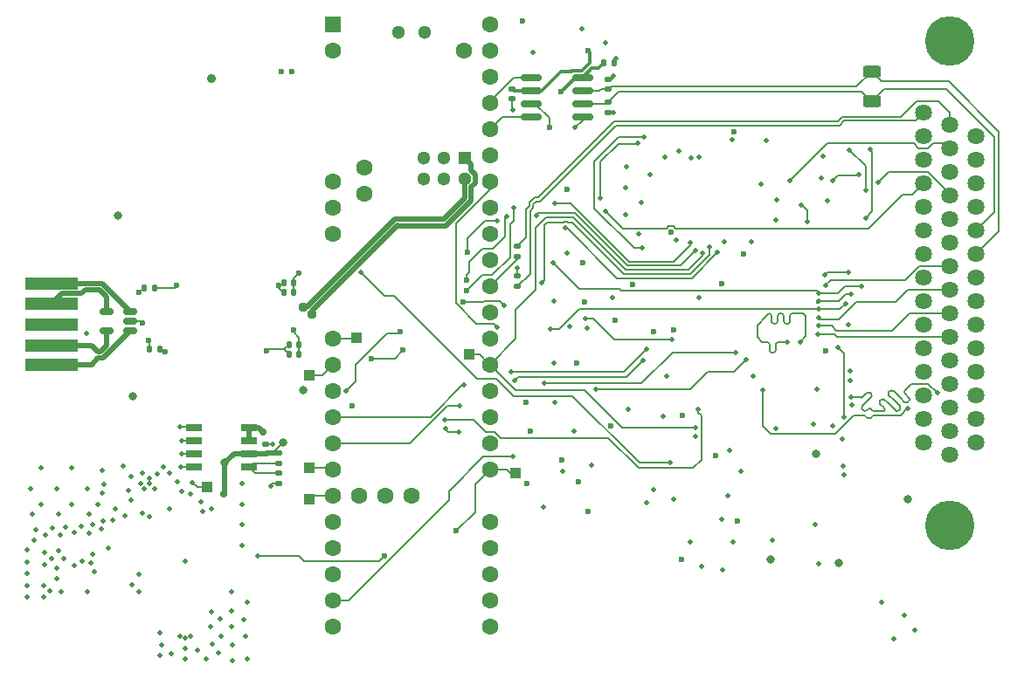
<source format=gbl>
G04 #@! TF.GenerationSoftware,KiCad,Pcbnew,9.0.4*
G04 #@! TF.CreationDate,2025-11-03T17:15:11-05:00*
G04 #@! TF.ProjectId,main_board_v1,6d61696e-5f62-46f6-9172-645f76312e6b,rev?*
G04 #@! TF.SameCoordinates,Original*
G04 #@! TF.FileFunction,Copper,L4,Bot*
G04 #@! TF.FilePolarity,Positive*
%FSLAX46Y46*%
G04 Gerber Fmt 4.6, Leading zero omitted, Abs format (unit mm)*
G04 Created by KiCad (PCBNEW 9.0.4) date 2025-11-03 17:15:11*
%MOMM*%
%LPD*%
G01*
G04 APERTURE LIST*
G04 Aperture macros list*
%AMRoundRect*
0 Rectangle with rounded corners*
0 $1 Rounding radius*
0 $2 $3 $4 $5 $6 $7 $8 $9 X,Y pos of 4 corners*
0 Add a 4 corners polygon primitive as box body*
4,1,4,$2,$3,$4,$5,$6,$7,$8,$9,$2,$3,0*
0 Add four circle primitives for the rounded corners*
1,1,$1+$1,$2,$3*
1,1,$1+$1,$4,$5*
1,1,$1+$1,$6,$7*
1,1,$1+$1,$8,$9*
0 Add four rect primitives between the rounded corners*
20,1,$1+$1,$2,$3,$4,$5,0*
20,1,$1+$1,$4,$5,$6,$7,0*
20,1,$1+$1,$6,$7,$8,$9,0*
20,1,$1+$1,$8,$9,$2,$3,0*%
G04 Aperture macros list end*
G04 #@! TA.AperFunction,SMDPad,CuDef*
%ADD10R,5.200000X1.250000*%
G04 #@! TD*
G04 #@! TA.AperFunction,ComponentPad*
%ADD11R,1.600000X1.600000*%
G04 #@! TD*
G04 #@! TA.AperFunction,ComponentPad*
%ADD12C,1.600000*%
G04 #@! TD*
G04 #@! TA.AperFunction,ComponentPad*
%ADD13R,1.300000X1.300000*%
G04 #@! TD*
G04 #@! TA.AperFunction,ComponentPad*
%ADD14C,1.300000*%
G04 #@! TD*
G04 #@! TA.AperFunction,ComponentPad*
%ADD15C,1.638000*%
G04 #@! TD*
G04 #@! TA.AperFunction,ComponentPad*
%ADD16C,4.801000*%
G04 #@! TD*
G04 #@! TA.AperFunction,SMDPad,CuDef*
%ADD17RoundRect,0.140000X-0.170000X0.140000X-0.170000X-0.140000X0.170000X-0.140000X0.170000X0.140000X0*%
G04 #@! TD*
G04 #@! TA.AperFunction,SMDPad,CuDef*
%ADD18R,1.000000X1.000000*%
G04 #@! TD*
G04 #@! TA.AperFunction,SMDPad,CuDef*
%ADD19RoundRect,0.150000X-0.825000X-0.150000X0.825000X-0.150000X0.825000X0.150000X-0.825000X0.150000X0*%
G04 #@! TD*
G04 #@! TA.AperFunction,SMDPad,CuDef*
%ADD20RoundRect,0.140000X0.140000X0.170000X-0.140000X0.170000X-0.140000X-0.170000X0.140000X-0.170000X0*%
G04 #@! TD*
G04 #@! TA.AperFunction,SMDPad,CuDef*
%ADD21RoundRect,0.135000X-0.135000X-0.185000X0.135000X-0.185000X0.135000X0.185000X-0.135000X0.185000X0*%
G04 #@! TD*
G04 #@! TA.AperFunction,SMDPad,CuDef*
%ADD22RoundRect,0.135000X-0.185000X0.135000X-0.185000X-0.135000X0.185000X-0.135000X0.185000X0.135000X0*%
G04 #@! TD*
G04 #@! TA.AperFunction,SMDPad,CuDef*
%ADD23RoundRect,0.135000X0.185000X-0.135000X0.185000X0.135000X-0.185000X0.135000X-0.185000X-0.135000X0*%
G04 #@! TD*
G04 #@! TA.AperFunction,SMDPad,CuDef*
%ADD24RoundRect,0.150000X0.512500X0.150000X-0.512500X0.150000X-0.512500X-0.150000X0.512500X-0.150000X0*%
G04 #@! TD*
G04 #@! TA.AperFunction,SMDPad,CuDef*
%ADD25RoundRect,0.250000X0.625000X-0.312500X0.625000X0.312500X-0.625000X0.312500X-0.625000X-0.312500X0*%
G04 #@! TD*
G04 #@! TA.AperFunction,SMDPad,CuDef*
%ADD26RoundRect,0.140000X0.170000X-0.140000X0.170000X0.140000X-0.170000X0.140000X-0.170000X-0.140000X0*%
G04 #@! TD*
G04 #@! TA.AperFunction,SMDPad,CuDef*
%ADD27R,1.500000X0.650000*%
G04 #@! TD*
G04 #@! TA.AperFunction,ViaPad*
%ADD28C,0.500000*%
G04 #@! TD*
G04 #@! TA.AperFunction,ViaPad*
%ADD29C,0.900000*%
G04 #@! TD*
G04 #@! TA.AperFunction,ViaPad*
%ADD30C,0.600000*%
G04 #@! TD*
G04 #@! TA.AperFunction,ViaPad*
%ADD31C,0.700000*%
G04 #@! TD*
G04 #@! TA.AperFunction,ViaPad*
%ADD32C,0.800000*%
G04 #@! TD*
G04 #@! TA.AperFunction,ViaPad*
%ADD33C,0.960000*%
G04 #@! TD*
G04 #@! TA.AperFunction,Conductor*
%ADD34C,0.160000*%
G04 #@! TD*
G04 #@! TA.AperFunction,Conductor*
%ADD35C,0.300000*%
G04 #@! TD*
G04 #@! TA.AperFunction,Conductor*
%ADD36C,0.500000*%
G04 #@! TD*
G04 #@! TA.AperFunction,Conductor*
%ADD37C,0.200000*%
G04 #@! TD*
G04 #@! TA.AperFunction,Conductor*
%ADD38C,0.480000*%
G04 #@! TD*
G04 APERTURE END LIST*
D10*
X44500000Y-48600000D03*
X44500000Y-50600000D03*
X44500000Y-52600000D03*
X44500000Y-54600000D03*
X44500000Y-56500000D03*
D11*
X71762000Y-23464950D03*
D12*
X71762000Y-26004950D03*
X71762000Y-38704950D03*
X71762000Y-41244950D03*
X71762000Y-43784950D03*
X71762000Y-53944950D03*
X71762000Y-56484950D03*
X71762000Y-59024950D03*
X71762000Y-61564950D03*
X71762000Y-64104950D03*
X71762000Y-66644950D03*
X71762000Y-69184950D03*
X71762000Y-71724950D03*
X71762000Y-74264950D03*
X71762000Y-76804950D03*
X71762000Y-79344950D03*
X71762000Y-81884950D03*
X87002000Y-81884950D03*
X87002000Y-79344950D03*
X87002000Y-76804950D03*
X87002000Y-74264950D03*
X87002000Y-71724950D03*
X87002000Y-66644950D03*
X87002000Y-64104950D03*
X87002000Y-61564950D03*
X87002000Y-59024950D03*
X87002000Y-56484950D03*
X87002000Y-53944950D03*
X87002000Y-51404950D03*
X87002000Y-48864950D03*
X87002000Y-46324950D03*
X87002000Y-43784950D03*
X87002000Y-41244950D03*
X87002000Y-38704950D03*
X87002000Y-36164950D03*
X87002000Y-33624950D03*
X87002000Y-31084950D03*
X87002000Y-28544950D03*
X87002000Y-26004950D03*
X87002000Y-23464950D03*
X84462000Y-26004950D03*
X74302000Y-69184950D03*
X76842000Y-69184950D03*
X79382000Y-69184950D03*
X74812800Y-37384150D03*
X74812800Y-39924150D03*
D13*
X84563600Y-36434950D03*
D14*
X82563600Y-36434950D03*
X80563600Y-36434950D03*
X80563600Y-38434950D03*
X82563600Y-38434950D03*
X84563600Y-38434950D03*
X80652000Y-24194950D03*
X78112000Y-24194950D03*
D15*
X129022000Y-64054950D03*
X129022000Y-61768950D03*
X129022000Y-59482950D03*
X129022000Y-57196950D03*
X129022000Y-54910950D03*
X129022000Y-52624950D03*
X129022000Y-50338950D03*
X129022000Y-48052950D03*
X129022000Y-45766950D03*
X129022000Y-43480950D03*
X129022000Y-41194950D03*
X129022000Y-38908950D03*
X129022000Y-36622950D03*
X129022000Y-34336950D03*
X129022000Y-32050950D03*
X131562000Y-65197950D03*
X131562000Y-62911950D03*
X131562000Y-60625950D03*
X131562000Y-58339950D03*
X131562000Y-56053950D03*
X131562000Y-53767950D03*
X131562000Y-51481950D03*
X131562000Y-49195950D03*
X131562000Y-46909950D03*
X131562000Y-44623950D03*
X131562000Y-42337950D03*
X131562000Y-40051950D03*
X131562000Y-37765950D03*
X131562000Y-35479950D03*
X131562000Y-33193950D03*
X134102000Y-64054950D03*
X134102000Y-61768950D03*
X134102000Y-59482950D03*
X134102000Y-57196950D03*
X134102000Y-54910950D03*
X134102000Y-52624950D03*
X134102000Y-50338950D03*
X134102000Y-48052950D03*
X134102000Y-45766950D03*
X134102000Y-43480950D03*
X134102000Y-41194950D03*
X134102000Y-38908950D03*
X134102000Y-36622950D03*
X134102000Y-34336950D03*
D16*
X131562000Y-72080950D03*
X131562000Y-25040950D03*
D17*
X65250000Y-64170000D03*
X65250000Y-65130000D03*
D18*
X74100000Y-53850000D03*
D19*
X91025000Y-32405000D03*
X91025000Y-31135000D03*
X91025000Y-29865000D03*
X91025000Y-28595000D03*
X95975000Y-28595000D03*
X95975000Y-29865000D03*
X95975000Y-31135000D03*
X95975000Y-32405000D03*
D20*
X67980000Y-49500000D03*
X67020000Y-49500000D03*
D18*
X59600000Y-68350000D03*
X85000000Y-55500000D03*
D20*
X99030000Y-27200000D03*
X98070000Y-27200000D03*
D18*
X69500000Y-69500000D03*
D21*
X53480000Y-49000000D03*
X54500000Y-49000000D03*
D18*
X69500000Y-57500000D03*
D22*
X89650000Y-44940000D03*
X89650000Y-45960000D03*
D21*
X54000000Y-55000000D03*
X55020000Y-55000000D03*
D20*
X68480000Y-55500000D03*
X67520000Y-55500000D03*
D22*
X66575000Y-65040000D03*
X66575000Y-66060000D03*
D18*
X89500000Y-67000000D03*
D17*
X98500000Y-31020000D03*
X98500000Y-31980000D03*
D23*
X89700000Y-48860000D03*
X89700000Y-47840000D03*
D24*
X52137500Y-51300000D03*
X52137500Y-52250000D03*
X52137500Y-53200000D03*
X49862500Y-53200000D03*
X49862500Y-51300000D03*
D22*
X66575000Y-66990000D03*
X66575000Y-68010000D03*
D20*
X68480000Y-54500000D03*
X67520000Y-54500000D03*
D25*
X124000000Y-30962500D03*
X124000000Y-28037500D03*
D26*
X89150000Y-30680000D03*
X89150000Y-29720000D03*
D20*
X67980000Y-48500000D03*
X67020000Y-48500000D03*
D26*
X98500000Y-29730000D03*
X98500000Y-28770000D03*
D27*
X63700000Y-62595000D03*
X63700000Y-63865000D03*
X63700000Y-65135000D03*
X63700000Y-66405000D03*
X58300000Y-66405000D03*
X58300000Y-65135000D03*
X58300000Y-63865000D03*
X58300000Y-62595000D03*
D18*
X69500000Y-66500000D03*
D28*
X110502000Y-34654950D03*
X95952000Y-23854950D03*
X121138525Y-63661475D03*
X114702000Y-42455950D03*
X121300000Y-67150000D03*
X105302000Y-35704950D03*
D29*
X60000000Y-28750000D03*
D28*
X100152235Y-41904715D03*
X100252000Y-37254950D03*
X122102000Y-60404950D03*
X119152000Y-38354950D03*
X118400000Y-62250000D03*
X120250000Y-62400000D03*
X107502000Y-76054950D03*
X119701236Y-40605714D03*
X99000000Y-32000000D03*
X99000000Y-28500000D03*
X89250000Y-31750000D03*
X98250000Y-25250000D03*
X101712000Y-40744950D03*
X121952000Y-57050000D03*
X118702000Y-58854950D03*
X100152000Y-39304950D03*
X91202000Y-26154950D03*
X127150000Y-80750000D03*
X99250000Y-26750000D03*
X113750000Y-34764950D03*
X101452000Y-43804950D03*
X105102000Y-44404950D03*
X109552000Y-76354950D03*
X119301265Y-36254215D03*
D30*
X66800000Y-28050000D03*
D28*
X114802000Y-40504950D03*
X113250000Y-39000000D03*
X58200000Y-67900000D03*
X52300000Y-77850000D03*
X51450000Y-66350000D03*
X102500000Y-38000000D03*
D31*
X61250000Y-69000000D03*
D32*
X67000000Y-64000000D03*
X61335000Y-66000000D03*
X68928475Y-58928475D03*
D28*
X121752000Y-52554950D03*
X111328475Y-66778475D03*
X114702000Y-62654950D03*
X107252000Y-36356423D03*
X102852000Y-68554950D03*
X109500000Y-71500000D03*
D30*
X111002000Y-71654950D03*
X90550000Y-68000000D03*
D32*
X52430563Y-59569437D03*
D30*
X96500000Y-26000000D03*
X119552000Y-55104950D03*
D32*
X118652000Y-65154950D03*
D30*
X109452000Y-48624950D03*
X98724265Y-62375735D03*
X110615137Y-33862988D03*
X90200000Y-23100000D03*
X104552000Y-43655950D03*
X96550000Y-70750000D03*
X95602000Y-67854950D03*
X94000000Y-65750000D03*
D31*
X65000000Y-63000000D03*
D28*
X104000000Y-36304950D03*
X110223613Y-64773613D03*
D30*
X96150000Y-50400000D03*
X100850000Y-48677007D03*
X93900000Y-30000000D03*
X99116500Y-52129621D03*
X108852000Y-65254950D03*
X96050000Y-46571300D03*
X111602000Y-45754950D03*
X94500000Y-39500000D03*
X102902000Y-53304950D03*
X104790557Y-53104950D03*
X90900000Y-62950000D03*
D28*
X96450000Y-52950000D03*
D30*
X105626236Y-61429186D03*
X90500000Y-60125000D03*
X95400000Y-56350000D03*
X66550000Y-48800000D03*
X65385000Y-55175000D03*
D32*
X114252000Y-75404950D03*
D30*
X105552000Y-75354950D03*
D32*
X120802000Y-75704950D03*
X127500000Y-69500000D03*
D33*
X68907213Y-50938139D03*
X69722850Y-51615148D03*
D28*
X120752000Y-54754950D03*
X121302000Y-61592450D03*
X101952000Y-34404950D03*
X101800000Y-45154950D03*
X121277000Y-66279950D03*
X103800000Y-61500000D03*
X106896715Y-62599665D03*
X107600000Y-45650000D03*
X107200000Y-60829951D03*
D30*
X84752000Y-48254950D03*
D28*
X106953843Y-45380768D03*
X88632760Y-42132760D03*
X82652000Y-61804950D03*
X91500000Y-42000000D03*
X104152000Y-57589500D03*
X106545360Y-36448310D03*
X94350000Y-43184950D03*
D30*
X78312500Y-53312500D03*
D28*
X109052000Y-45604950D03*
X73061846Y-59004797D03*
D30*
X84800000Y-45550000D03*
D28*
X87750000Y-42500000D03*
X97702000Y-40350000D03*
X101302000Y-35004950D03*
D30*
X84752000Y-49254950D03*
X78602000Y-55054950D03*
D28*
X89350000Y-41250000D03*
X82698525Y-62701475D03*
X93300000Y-40850000D03*
D30*
X75552000Y-55854950D03*
D28*
X83952000Y-63004950D03*
X106382453Y-44632453D03*
X121952000Y-58004950D03*
X112552000Y-57554950D03*
X115802000Y-54304950D03*
X117052000Y-54254950D03*
X127500000Y-60750000D03*
X113452000Y-58954950D03*
X119516579Y-48817099D03*
X121750000Y-47504950D03*
X119452000Y-47754950D03*
X118805206Y-53503214D03*
X84102000Y-60454950D03*
X101877000Y-56079950D03*
X89430265Y-58026685D03*
X117749525Y-42602475D03*
X117150000Y-41000000D03*
X110797000Y-55299950D03*
X118902311Y-51908810D03*
X92250000Y-58300000D03*
D30*
X73661846Y-60500000D03*
D32*
X51000000Y-42000000D03*
D28*
X97250000Y-58900000D03*
X118899616Y-52708805D03*
X111852000Y-55999950D03*
D30*
X52137500Y-53200000D03*
D28*
X104650000Y-54050000D03*
X122000000Y-49654950D03*
X96250000Y-52000000D03*
X118902000Y-50304950D03*
X123402000Y-42254950D03*
X123852000Y-35604950D03*
D30*
X49862500Y-53200000D03*
D28*
X98202000Y-41554950D03*
X93100000Y-46550000D03*
X118902000Y-49504947D03*
X123000000Y-48857001D03*
D30*
X49862500Y-51300000D03*
D28*
X116052000Y-38654950D03*
D30*
X52137500Y-51300000D03*
D28*
X92850000Y-53050000D03*
X118901981Y-51108808D03*
X121475235Y-50533185D03*
D30*
X55500000Y-55250000D03*
X56615000Y-48825000D03*
D28*
X87673525Y-52826475D03*
X89102000Y-57154950D03*
X84502000Y-58454950D03*
X102202000Y-54954947D03*
X130352000Y-59229030D03*
X122002000Y-59604950D03*
X104493633Y-65943450D03*
X74500000Y-47500000D03*
X89200000Y-65411563D03*
X122750000Y-38000000D03*
X120252000Y-38604950D03*
X124652000Y-38754950D03*
X123452000Y-39553950D03*
X121863525Y-35636475D03*
D30*
X76802000Y-75004950D03*
D28*
X64500000Y-75000000D03*
D30*
X83752000Y-72604950D03*
D28*
X89700000Y-47100000D03*
X88402000Y-50754950D03*
X92000000Y-48553950D03*
D30*
X84452005Y-50403475D03*
D28*
X108282981Y-45050000D03*
X118552000Y-72004950D03*
X110552000Y-73654950D03*
X114402000Y-73504950D03*
X118852000Y-75804950D03*
X92200000Y-70250000D03*
X104852000Y-69504950D03*
X106452000Y-73704950D03*
X125000000Y-79500000D03*
X94052000Y-66854950D03*
X110102000Y-69204950D03*
X96852000Y-66204950D03*
X102202000Y-69854950D03*
X48000000Y-78500000D03*
X43850000Y-74700000D03*
X57135000Y-63865000D03*
X55200000Y-83650000D03*
X55050000Y-84700000D03*
X58000000Y-82850000D03*
X62000000Y-78500000D03*
X48150000Y-72800000D03*
X57095000Y-66405000D03*
X42200000Y-74450000D03*
X45900000Y-72200000D03*
X49600000Y-68050000D03*
X57500000Y-85000000D03*
X60900000Y-81100000D03*
X44500000Y-75250000D03*
X47400000Y-72150000D03*
X63000000Y-72000000D03*
X57000000Y-62500000D03*
D30*
X92750000Y-33500000D03*
D28*
X62050000Y-83650000D03*
X56000000Y-67000000D03*
X42200000Y-79050000D03*
X93300000Y-60100000D03*
X98850000Y-49950000D03*
X52200000Y-69650000D03*
X95150000Y-62950000D03*
X60700000Y-84450000D03*
X63000000Y-68000000D03*
X48350000Y-75700000D03*
X48000000Y-68500000D03*
X48650000Y-76550000D03*
X106900000Y-63450000D03*
X53000000Y-78500000D03*
X42200000Y-76750000D03*
X65935000Y-64170000D03*
X63350000Y-82800000D03*
X57150000Y-68800000D03*
X43050000Y-72450000D03*
X53000000Y-76800000D03*
D30*
X68500000Y-47600000D03*
D28*
X49360000Y-72400000D03*
X42500000Y-68500000D03*
X45200000Y-71000000D03*
X45750000Y-75250000D03*
X45500000Y-78500000D03*
X57480000Y-84000000D03*
X60100000Y-83550000D03*
X43950000Y-73000000D03*
X42700000Y-71000000D03*
X65750000Y-68235000D03*
X63200000Y-81200000D03*
X56150000Y-84500000D03*
X126150000Y-83050000D03*
X54000000Y-67500000D03*
X46750000Y-76000000D03*
X54000000Y-71250000D03*
X48200000Y-71000000D03*
X54500000Y-68500000D03*
X53350000Y-70900000D03*
X43800000Y-79050000D03*
X43800000Y-77900000D03*
X107308525Y-49991475D03*
X44350000Y-78450000D03*
X63500000Y-85000000D03*
X50000000Y-74300000D03*
X45250000Y-74550000D03*
X59500000Y-85000000D03*
X60000000Y-70500000D03*
X60950000Y-82800000D03*
X45000000Y-76250000D03*
X93200000Y-50300000D03*
X53500000Y-68500000D03*
X52200000Y-67350000D03*
X57135000Y-65135000D03*
X42850000Y-73500000D03*
X48500000Y-74850000D03*
X43850000Y-75850000D03*
X56750000Y-67800000D03*
X54800000Y-67050000D03*
X95250000Y-33500000D03*
X94450000Y-45650000D03*
X55000000Y-82500000D03*
X51950000Y-68650000D03*
X47500000Y-75500000D03*
X100400000Y-60800000D03*
X49000000Y-70000000D03*
X44650000Y-72300000D03*
X59950000Y-81850000D03*
X43500000Y-66500000D03*
X63500000Y-79500000D03*
X47900000Y-53400000D03*
X48500000Y-71950000D03*
D30*
X67950000Y-53075000D03*
X67800000Y-28050000D03*
D28*
X56000000Y-70500000D03*
X62000000Y-81900000D03*
X59150000Y-70750000D03*
X57480000Y-83000000D03*
X51684741Y-71157894D03*
X58650000Y-84150000D03*
D30*
X53300000Y-52450000D03*
D28*
X53199230Y-68039314D03*
X54000000Y-68000000D03*
X45000000Y-68500000D03*
X49550000Y-71650000D03*
X62050000Y-85150000D03*
X94771913Y-52771913D03*
D30*
X53000000Y-49500000D03*
D28*
X45350000Y-73000000D03*
X42200000Y-77900000D03*
X93200000Y-56350000D03*
X112352000Y-44554950D03*
X49450000Y-66750000D03*
X57480000Y-75500000D03*
X42200000Y-75600000D03*
X53300000Y-67000000D03*
X56950000Y-82850000D03*
X60000000Y-80450000D03*
X49450000Y-68950000D03*
D30*
X53957990Y-54082990D03*
D28*
X46500000Y-70000000D03*
X45000000Y-77250000D03*
X58000000Y-69000000D03*
X59050000Y-69750000D03*
X63000000Y-70000000D03*
X50500000Y-71600000D03*
X46500000Y-66500000D03*
X43500000Y-70000000D03*
X109700000Y-44550000D03*
X63000000Y-74000000D03*
X61950000Y-80400000D03*
X46700000Y-72750000D03*
X55400000Y-66400000D03*
X50750000Y-70500000D03*
X128200000Y-82250000D03*
D34*
X99030000Y-26970000D02*
X99250000Y-26750000D01*
X89150000Y-31650000D02*
X89250000Y-31750000D01*
D35*
X98730000Y-28770000D02*
X99000000Y-28500000D01*
X98500000Y-31980000D02*
X98980000Y-31980000D01*
X98980000Y-31980000D02*
X99000000Y-32000000D01*
D34*
X89150000Y-30680000D02*
X89150000Y-31650000D01*
X99030000Y-27200000D02*
X99030000Y-26970000D01*
D35*
X98500000Y-28770000D02*
X98730000Y-28770000D01*
D36*
X63700000Y-65135000D02*
X62200000Y-65135000D01*
D37*
X65960000Y-65040000D02*
X65340000Y-65040000D01*
X63705000Y-65130000D02*
X63700000Y-65135000D01*
D36*
X66575000Y-65040000D02*
X65340000Y-65040000D01*
D37*
X67000000Y-64000000D02*
X65960000Y-65040000D01*
X59600000Y-68350000D02*
X58650000Y-68350000D01*
X58650000Y-68350000D02*
X58200000Y-67900000D01*
D36*
X65250000Y-65130000D02*
X63705000Y-65130000D01*
X61335000Y-66000000D02*
X61335000Y-68915000D01*
X61335000Y-68915000D02*
X61250000Y-69000000D01*
D37*
X65340000Y-65040000D02*
X65250000Y-65130000D01*
D36*
X62200000Y-65135000D02*
X61335000Y-66000000D01*
D34*
X52361126Y-59500000D02*
X52430563Y-59569437D01*
D37*
X90500000Y-67950000D02*
X90550000Y-68000000D01*
D35*
X96662479Y-27199001D02*
X96662479Y-26162479D01*
D36*
X63700000Y-63865000D02*
X63700000Y-62595000D01*
D35*
X94882322Y-28000000D02*
X94938322Y-27944000D01*
X94938322Y-27944000D02*
X95917480Y-27944000D01*
X96662479Y-26162479D02*
X96500000Y-26000000D01*
X91999999Y-29865000D02*
X93864999Y-28000000D01*
X90890000Y-29730000D02*
X91025000Y-29865000D01*
X93864999Y-28000000D02*
X94882322Y-28000000D01*
X89295000Y-29865000D02*
X89150000Y-29720000D01*
X91025000Y-29865000D02*
X89295000Y-29865000D01*
D36*
X65000000Y-63000000D02*
X64595000Y-62595000D01*
D35*
X95917480Y-27944000D02*
X96662479Y-27199001D01*
D36*
X64595000Y-62595000D02*
X63700000Y-62595000D01*
D35*
X91025000Y-29865000D02*
X91999999Y-29865000D01*
X96870000Y-27700000D02*
X95975000Y-28595000D01*
X97570000Y-27700000D02*
X96870000Y-27700000D01*
X95305000Y-28595000D02*
X93900000Y-30000000D01*
X95975000Y-28595000D02*
X95305000Y-28595000D01*
X98070000Y-27200000D02*
X97570000Y-27700000D01*
D37*
X66550000Y-48800000D02*
X66550000Y-49050000D01*
X66550000Y-49050000D02*
X67000000Y-49500000D01*
X66720000Y-48800000D02*
X67020000Y-48500000D01*
X67000000Y-49500000D02*
X67020000Y-49500000D01*
X66550000Y-48800000D02*
X66720000Y-48800000D01*
X67020000Y-55000000D02*
X67520000Y-54500000D01*
X67520000Y-55500000D02*
X67020000Y-55000000D01*
X65385000Y-55175000D02*
X65560000Y-55000000D01*
X65560000Y-55000000D02*
X67020000Y-55000000D01*
D38*
X84563600Y-38434950D02*
X84684950Y-38434950D01*
X69240203Y-50938139D02*
X77799342Y-42379000D01*
X82537080Y-42379000D02*
X84563600Y-40352480D01*
X68907213Y-50938139D02*
X69240203Y-50938139D01*
X84491058Y-38507492D02*
X84563600Y-38434950D01*
X77799342Y-42379000D02*
X82537080Y-42379000D01*
X84563600Y-40352480D02*
X84563600Y-38434950D01*
X78040000Y-42960000D02*
X78080000Y-43000000D01*
X85554600Y-38024464D02*
X85143600Y-37613464D01*
X69722850Y-51615148D02*
X69722850Y-51277150D01*
X78080000Y-43000000D02*
X82736324Y-43000000D01*
X85554600Y-38845436D02*
X85554600Y-38024464D01*
X85143600Y-37613464D02*
X85143600Y-37014950D01*
X85143600Y-37014950D02*
X84563600Y-36434950D01*
X82736324Y-43000000D02*
X85143600Y-40592724D01*
X69722850Y-51277150D02*
X78040000Y-42960000D01*
X85143600Y-40592724D02*
X85143600Y-39256436D01*
X85143600Y-39256436D02*
X85554600Y-38845436D01*
D37*
X66575000Y-66060000D02*
X64045000Y-66060000D01*
X64045000Y-66060000D02*
X63700000Y-66405000D01*
X66575000Y-66990000D02*
X64285000Y-66990000D01*
X64285000Y-66990000D02*
X63700000Y-66405000D01*
X121352000Y-55354950D02*
X120752000Y-54754950D01*
X121302000Y-55404950D02*
X121352000Y-55354950D01*
X101800000Y-45154950D02*
X101002000Y-45154950D01*
X101002000Y-45154950D02*
X97152000Y-41304950D01*
X121302000Y-61592450D02*
X121302000Y-55404950D01*
X97152000Y-41304950D02*
X97152000Y-36752950D01*
X97152000Y-36752950D02*
X99500000Y-34404950D01*
X99500000Y-34404950D02*
X101952000Y-34404950D01*
X91414500Y-43235500D02*
X91414500Y-45500000D01*
X91400000Y-45524606D02*
X91478000Y-45602606D01*
X100189157Y-47275007D02*
X95114150Y-42200000D01*
X106247743Y-47275007D02*
X100189157Y-47275007D01*
X96213450Y-58963450D02*
X89463450Y-58963450D01*
X86984950Y-56484950D02*
X86000000Y-55500000D01*
X107600000Y-45650000D02*
X107600000Y-45922750D01*
X107600000Y-45922750D02*
X106247743Y-47275007D01*
X87002000Y-56502000D02*
X87002000Y-56484950D01*
X99849665Y-62599665D02*
X96213450Y-58963450D01*
X91400000Y-46085294D02*
X91400000Y-48741794D01*
X91414500Y-45500000D02*
X91400000Y-45514500D01*
X89500000Y-53986950D02*
X87002000Y-56484950D01*
X91478000Y-45602606D02*
X91478000Y-46007294D01*
X91400000Y-45514500D02*
X91400000Y-45524606D01*
X91429103Y-49220897D02*
X89500000Y-51150000D01*
X91414500Y-45500000D02*
X91414500Y-45539106D01*
X87002000Y-56484950D02*
X86984950Y-56484950D01*
X89500000Y-51150000D02*
X89500000Y-53986950D01*
X106896715Y-62599665D02*
X99849665Y-62599665D01*
X86000000Y-55500000D02*
X85000000Y-55500000D01*
X91400000Y-48741794D02*
X91429103Y-48770897D01*
X91478000Y-46007294D02*
X91400000Y-46085294D01*
X95114150Y-42200000D02*
X92450000Y-42200000D01*
X92450000Y-42200000D02*
X91414500Y-43235500D01*
X91429103Y-48770897D02*
X91429103Y-49220897D01*
X89463450Y-58963450D02*
X87002000Y-56502000D01*
X106953843Y-45380768D02*
X105460604Y-46874007D01*
X95274169Y-41792919D02*
X91707081Y-41792919D01*
X88632760Y-42132760D02*
X88464500Y-42301020D01*
X106713500Y-66493450D02*
X104702000Y-66493450D01*
X101399656Y-66493450D02*
X98506206Y-63600000D01*
X91707081Y-41792919D02*
X91500000Y-42000000D01*
X86276050Y-45223950D02*
X85000000Y-46500000D01*
X87276050Y-45223950D02*
X86276050Y-45223950D01*
X74005050Y-53944950D02*
X74100000Y-53850000D01*
X88054100Y-63600000D02*
X87458050Y-63003950D01*
X107200000Y-60829951D02*
X107200000Y-61156945D01*
X86601000Y-63003950D02*
X85402000Y-61804950D01*
X105460604Y-46874007D02*
X100355257Y-46874007D01*
X104702000Y-66493450D02*
X101399656Y-66493450D01*
X107485263Y-61442208D02*
X107485263Y-65721687D01*
X85000000Y-47500000D02*
X84752000Y-47748000D01*
X107485263Y-65721687D02*
X106713500Y-66493450D01*
X88464500Y-42301020D02*
X88464500Y-44035500D01*
X84752000Y-47748000D02*
X84752000Y-48254950D01*
X107200000Y-61156945D02*
X107485263Y-61442208D01*
X87458050Y-63003950D02*
X86601000Y-63003950D01*
X88464500Y-44035500D02*
X87276050Y-45223950D01*
X100355257Y-46874007D02*
X95274169Y-41792919D01*
X85000000Y-46500000D02*
X85000000Y-47500000D01*
X71762000Y-53944950D02*
X74005050Y-53944950D01*
X98506206Y-63600000D02*
X88054100Y-63600000D01*
X85402000Y-61804950D02*
X82652000Y-61804950D01*
X78312500Y-53312500D02*
X78207440Y-53417560D01*
X99324057Y-48077007D02*
X106579943Y-48077007D01*
X94370000Y-43204950D02*
X94452000Y-43204950D01*
X94452000Y-43204950D02*
X99324057Y-48077007D01*
X94350000Y-43184950D02*
X94370000Y-43204950D01*
X73061693Y-59004950D02*
X73061846Y-59004797D01*
X74000000Y-58066643D02*
X73061846Y-59004797D01*
X74000000Y-56500000D02*
X74000000Y-58066643D01*
X84800000Y-44200000D02*
X84800000Y-45550000D01*
X86500000Y-42500000D02*
X84800000Y-44200000D01*
X87750000Y-42500000D02*
X86500000Y-42500000D01*
X77082440Y-53417560D02*
X74000000Y-56500000D01*
X106579943Y-48077007D02*
X109052000Y-45604950D01*
X78207440Y-53417560D02*
X77082440Y-53417560D01*
X97702000Y-40350000D02*
X97702000Y-36998000D01*
X97700000Y-36996000D02*
X97700000Y-36800000D01*
X101252000Y-35054950D02*
X101302000Y-35004950D01*
X97700000Y-36800000D02*
X99445050Y-35054950D01*
X97702000Y-36998000D02*
X97700000Y-36996000D01*
X99445050Y-35054950D02*
X101252000Y-35054950D01*
X88952000Y-42898000D02*
X88952000Y-46048000D01*
X100521357Y-46473007D02*
X94848350Y-40800000D01*
X78602000Y-55054950D02*
X77802000Y-55854950D01*
X82698525Y-62701475D02*
X83002000Y-63004950D01*
X104783943Y-46473007D02*
X100521357Y-46473007D01*
X86243000Y-47763950D02*
X84752000Y-49254950D01*
D34*
X69500000Y-57500000D02*
X70746950Y-57500000D01*
D37*
X88952000Y-46048000D02*
X87236050Y-47763950D01*
X106382453Y-44632453D02*
X106382453Y-44874497D01*
X89350000Y-41250000D02*
X89350000Y-42500000D01*
X87236050Y-47763950D02*
X86243000Y-47763950D01*
X77802000Y-55854950D02*
X75552000Y-55854950D01*
X89350000Y-42500000D02*
X88952000Y-42898000D01*
X94848350Y-40800000D02*
X93350000Y-40800000D01*
X106382453Y-44874497D02*
X104783943Y-46473007D01*
D34*
X70746950Y-57500000D02*
X71762000Y-56484950D01*
D37*
X83002000Y-63004950D02*
X83952000Y-63004950D01*
X93350000Y-40800000D02*
X93300000Y-40850000D01*
X117602000Y-51754950D02*
X117602000Y-53704950D01*
X116447142Y-51509808D02*
X117131734Y-51509808D01*
X114708477Y-54544950D02*
X114708477Y-55064950D01*
X115727142Y-52509808D02*
X115847142Y-52509808D01*
X117602000Y-53704950D02*
X117052000Y-54254950D01*
X116087142Y-52269808D02*
X116087142Y-51749808D01*
X114527142Y-52509808D02*
X114647142Y-52509808D01*
X117131734Y-51509808D02*
X117356858Y-51509808D01*
X113868477Y-54304950D02*
X113748477Y-54304950D01*
X115127142Y-51509808D02*
X115247142Y-51509808D01*
X114108477Y-55064950D02*
X114108477Y-54544950D01*
X117356858Y-51509808D02*
X117602000Y-51754950D01*
X114887142Y-52269808D02*
X114887142Y-51749808D01*
X115802000Y-54304950D02*
X114948477Y-54304950D01*
X112902000Y-52654950D02*
X113809875Y-51747075D01*
X112902000Y-53804950D02*
X112902000Y-52654950D01*
X115487142Y-51749808D02*
X115487142Y-52269808D01*
X113748477Y-54304950D02*
X113402000Y-54304950D01*
X114287142Y-51749808D02*
X114287142Y-52269808D01*
X113402000Y-54304950D02*
X112902000Y-53804950D01*
X113809875Y-51747075D02*
X114047142Y-51509808D01*
X116327142Y-51509808D02*
X116447142Y-51509808D01*
X114468477Y-55304950D02*
X114348477Y-55304950D01*
X114647142Y-52509808D02*
G75*
G03*
X114887108Y-52269808I-42J240008D01*
G01*
X114108477Y-54544950D02*
G75*
G03*
X113868477Y-54304923I-239977J50D01*
G01*
X114708477Y-55064950D02*
G75*
G02*
X114468477Y-55304977I-239977J-50D01*
G01*
X114348477Y-55304950D02*
G75*
G02*
X114108550Y-55064950I23J239950D01*
G01*
X115247142Y-51509808D02*
G75*
G02*
X115487092Y-51749808I-42J-239992D01*
G01*
X116087142Y-51749808D02*
G75*
G02*
X116327142Y-51509842I239958J8D01*
G01*
X114047142Y-51509808D02*
G75*
G02*
X114287092Y-51749808I-42J-239992D01*
G01*
X114887142Y-51749808D02*
G75*
G02*
X115127142Y-51509842I239958J8D01*
G01*
X114287142Y-52269808D02*
G75*
G03*
X114527142Y-52509758I239958J8D01*
G01*
X115847142Y-52509808D02*
G75*
G03*
X116087108Y-52269808I-42J240008D01*
G01*
X115487142Y-52269808D02*
G75*
G03*
X115727142Y-52509758I239958J8D01*
G01*
X114948477Y-54304950D02*
G75*
G03*
X114708550Y-54544950I23J-239950D01*
G01*
X113452000Y-58954950D02*
X113452000Y-62404950D01*
X124192048Y-61405950D02*
X124542610Y-61405950D01*
X120487697Y-63204950D02*
X122286697Y-61405950D01*
X123592048Y-61655388D02*
X123942610Y-61655388D01*
X114252000Y-63204950D02*
X120487697Y-63204950D01*
X126801000Y-61405950D02*
X125811099Y-61405950D01*
X122286697Y-61405950D02*
X123342610Y-61405950D01*
X124542610Y-61405950D02*
X125811099Y-61405950D01*
X113452000Y-62404950D02*
X114252000Y-63204950D01*
X127500000Y-60750000D02*
X127456950Y-60750000D01*
X127456950Y-60750000D02*
X126801000Y-61405950D01*
X123342610Y-61405950D02*
G75*
G02*
X123467350Y-61530669I-10J-124750D01*
G01*
X123942610Y-61655388D02*
G75*
G03*
X124067288Y-61530669I-10J124688D01*
G01*
X123467329Y-61530669D02*
G75*
G03*
X123592048Y-61655371I124671J-31D01*
G01*
X124067329Y-61530669D02*
G75*
G02*
X124192048Y-61406029I124671J-31D01*
G01*
X123400949Y-48256001D02*
X123402000Y-48254950D01*
X127236080Y-48254950D02*
X128581080Y-46909950D01*
X120050949Y-48256001D02*
X123400949Y-48256001D01*
X119502000Y-48804950D02*
X120050949Y-48256001D01*
X119514149Y-48817099D02*
X119502000Y-48804950D01*
X123402000Y-48254950D02*
X127236080Y-48254950D01*
X128581080Y-46909950D02*
X131562000Y-46909950D01*
X119516579Y-48817099D02*
X119514149Y-48817099D01*
X119702000Y-47504950D02*
X119452000Y-47754950D01*
X121750000Y-47504950D02*
X119702000Y-47504950D01*
X118805206Y-53503214D02*
X118807677Y-53505685D01*
X118807677Y-53505685D02*
X118951265Y-53505685D01*
X120614943Y-53767950D02*
X131562000Y-53767950D01*
X118952000Y-53504950D02*
X120351943Y-53504950D01*
X120351943Y-53504950D02*
X120614943Y-53767950D01*
X118951265Y-53505685D02*
X118952000Y-53504950D01*
X82919100Y-60454950D02*
X79269100Y-64104950D01*
X79269100Y-64104950D02*
X71762000Y-64104950D01*
X89752000Y-57704950D02*
X100252000Y-57704950D01*
X89430265Y-58026685D02*
X89752000Y-57704950D01*
X84102000Y-60454950D02*
X82919100Y-60454950D01*
X100252000Y-57704950D02*
X101877000Y-56079950D01*
X117250000Y-41000000D02*
X117749525Y-41499525D01*
X117749525Y-41499525D02*
X117749525Y-42602475D01*
X117150000Y-41000000D02*
X117250000Y-41000000D01*
X126352000Y-50354950D02*
X127511000Y-49195950D01*
X92250000Y-58300000D02*
X101706950Y-58300000D01*
X118902311Y-51908810D02*
X118906853Y-51913352D01*
X118917737Y-51913352D02*
X119059335Y-52054950D01*
X120802000Y-52054950D02*
X122502000Y-50354950D01*
X104707000Y-55299950D02*
X110797000Y-55299950D01*
X101706950Y-58300000D02*
X104707000Y-55299950D01*
X118906853Y-51913352D02*
X118917737Y-51913352D01*
X119059335Y-52054950D02*
X120802000Y-52054950D01*
X127511000Y-49195950D02*
X131562000Y-49195950D01*
X122502000Y-50354950D02*
X126352000Y-50354950D01*
X119182901Y-52706949D02*
X118901472Y-52706949D01*
X118901472Y-52706949D02*
X118899616Y-52708805D01*
X120569043Y-53154950D02*
X120118043Y-52703950D01*
X110647000Y-57204950D02*
X111852000Y-55999950D01*
X97250000Y-58900000D02*
X106456950Y-58900000D01*
X108152000Y-57204950D02*
X110647000Y-57204950D01*
X120118043Y-52703950D02*
X119185900Y-52703950D01*
X127672950Y-51481950D02*
X131562000Y-51481950D01*
X106456950Y-58900000D02*
X108152000Y-57204950D01*
X119185900Y-52703950D02*
X119182901Y-52706949D01*
X125999950Y-53154950D02*
X120569043Y-53154950D01*
X125999950Y-53154950D02*
X127672950Y-51481950D01*
D38*
X48400001Y-56500000D02*
X49060001Y-55840000D01*
X49497500Y-55840000D02*
X52137500Y-53200000D01*
X49060001Y-55840000D02*
X49497500Y-55840000D01*
X44500000Y-56500000D02*
X48400001Y-56500000D01*
D37*
X97003692Y-52000000D02*
X99053692Y-54050000D01*
X120802000Y-50304950D02*
X118902000Y-50304950D01*
X121452000Y-49654950D02*
X120802000Y-50304950D01*
X99053692Y-54050000D02*
X104650000Y-54050000D01*
X96250000Y-52000000D02*
X97003692Y-52000000D01*
X122000000Y-49654950D02*
X121452000Y-49654950D01*
X118902000Y-50304950D02*
X118731000Y-50475950D01*
X90903000Y-41597000D02*
X90903000Y-47657000D01*
X129022000Y-32050950D02*
X128269000Y-32803950D01*
X99250000Y-33250000D02*
X91838500Y-40661500D01*
X90903000Y-47657000D02*
X89700000Y-48860000D01*
X128269000Y-32803950D02*
X121335900Y-32803950D01*
X91497656Y-40661500D02*
X91211500Y-40947656D01*
X91211500Y-41288500D02*
X90903000Y-41597000D01*
X121335900Y-32803950D02*
X120889850Y-33250000D01*
X120889850Y-33250000D02*
X99250000Y-33250000D01*
X91838500Y-40661500D02*
X91497656Y-40661500D01*
X91211500Y-40947656D02*
X91211500Y-41288500D01*
X124053000Y-35805950D02*
X124053000Y-41603950D01*
X124053000Y-41603950D02*
X123402000Y-42254950D01*
X123852000Y-35604950D02*
X124053000Y-35805950D01*
D38*
X44500000Y-54600000D02*
X48400001Y-54600000D01*
X49257256Y-55260000D02*
X49862500Y-54654756D01*
X49862500Y-54654756D02*
X49862500Y-53200000D01*
X49060001Y-55260000D02*
X49257256Y-55260000D01*
X48400001Y-54600000D02*
X49060001Y-55260000D01*
D34*
X69500000Y-66500000D02*
X71617050Y-66500000D01*
X71617050Y-66500000D02*
X71762000Y-66644950D01*
D37*
X126972000Y-39999950D02*
X123721950Y-43250000D01*
X104108007Y-43250000D02*
X99897050Y-43250000D01*
X99897050Y-43250000D02*
X98202000Y-41554950D01*
X104995993Y-43250000D02*
X104800943Y-43054950D01*
X123721950Y-43250000D02*
X104995993Y-43250000D01*
X127931000Y-39999950D02*
X126972000Y-39999950D01*
X129022000Y-38908950D02*
X127931000Y-39999950D01*
X104303057Y-43054950D02*
X104108007Y-43250000D01*
X104800943Y-43054950D02*
X104303057Y-43054950D01*
X121394708Y-48857001D02*
X120746762Y-49504947D01*
X95653950Y-49103950D02*
X93100000Y-46550000D01*
X99751943Y-49304950D02*
X99550943Y-49103950D01*
X123000000Y-48857001D02*
X121394708Y-48857001D01*
X99550943Y-49103950D02*
X95653950Y-49103950D01*
X120746762Y-49504947D02*
X118902000Y-49504947D01*
X118702003Y-49304950D02*
X99751943Y-49304950D01*
X118902000Y-49504947D02*
X118702003Y-49304950D01*
D38*
X45534000Y-49566000D02*
X47441000Y-49566000D01*
X49197256Y-49180000D02*
X49862500Y-49845244D01*
X49862500Y-49845244D02*
X49862500Y-51300000D01*
X47820000Y-49180000D02*
X49197256Y-49180000D01*
X47441000Y-49566000D02*
X47441000Y-49559000D01*
X44500000Y-50600000D02*
X45534000Y-49566000D01*
X47441000Y-49559000D02*
X47820000Y-49180000D01*
D37*
X116052000Y-38654950D02*
X119706950Y-35000000D01*
X131082050Y-35000000D02*
X131562000Y-35479950D01*
X131447050Y-35000000D02*
X131562000Y-35114950D01*
X129485920Y-35456950D02*
X129942870Y-35000000D01*
X128101130Y-35000000D02*
X128558080Y-35456950D01*
X131562000Y-35114950D02*
X131562000Y-35479950D01*
X128558080Y-35456950D02*
X129485920Y-35456950D01*
X119706950Y-35000000D02*
X128101130Y-35000000D01*
X129942870Y-35000000D02*
X131082050Y-35000000D01*
D38*
X49437500Y-48600000D02*
X52137500Y-51300000D01*
X44500000Y-48600000D02*
X49437500Y-48600000D01*
D37*
X118901981Y-51108808D02*
X118901981Y-50964534D01*
X121475235Y-50533185D02*
X120899612Y-51108808D01*
X118901981Y-50964534D02*
X118902000Y-50964515D01*
X95657199Y-51108808D02*
X118901981Y-51108808D01*
X92850000Y-53050000D02*
X93716007Y-53050000D01*
X120899612Y-51108808D02*
X118901981Y-51108808D01*
X93716007Y-53050000D02*
X95657199Y-51108808D01*
X87100529Y-51404950D02*
X87002000Y-51404950D01*
X55270000Y-55250000D02*
X55020000Y-55000000D01*
X55500000Y-55250000D02*
X55270000Y-55250000D01*
X54500000Y-49000000D02*
X56440000Y-49000000D01*
X56440000Y-49000000D02*
X56615000Y-48825000D01*
X87353000Y-52505950D02*
X85705950Y-52505950D01*
X85705950Y-52505950D02*
X83700000Y-50500000D01*
X83700000Y-42800000D02*
X87002000Y-39498000D01*
X87002000Y-39498000D02*
X87002000Y-38704950D01*
X83700000Y-50500000D02*
X83700000Y-42800000D01*
X87673525Y-52826475D02*
X87353000Y-52505950D01*
X100001997Y-57154950D02*
X89102000Y-57154950D01*
X84502000Y-58454950D02*
X84352000Y-58454950D01*
X84352000Y-58454950D02*
X81242000Y-61564950D01*
X81242000Y-61564950D02*
X71762000Y-61564950D01*
X102202000Y-54954947D02*
X100001997Y-57154950D01*
X102202000Y-54954947D02*
X102251940Y-54954947D01*
X125626267Y-60241275D02*
X125795973Y-60410981D01*
X123107491Y-60826805D02*
X123192343Y-60911657D01*
X124852000Y-61004950D02*
X125202000Y-61004950D01*
X126814205Y-59732155D02*
X127180489Y-60098439D01*
X125795971Y-60410979D02*
X126296575Y-60911583D01*
X123931910Y-59662979D02*
X123565673Y-60029213D01*
X126720839Y-60487318D02*
X126220234Y-59986713D01*
X127323323Y-58883626D02*
X127867000Y-58339950D01*
X123847058Y-59238715D02*
X123931910Y-59323567D01*
X124074789Y-60877739D02*
X124202000Y-61004950D01*
X124202000Y-61004950D02*
X124852000Y-61004950D01*
X126220234Y-59986713D02*
X126220236Y-59986714D01*
X123989936Y-60792886D02*
X124074789Y-60877739D01*
X123226262Y-60368623D02*
X123107491Y-60487394D01*
X130352000Y-59229030D02*
X129462920Y-58339950D01*
X126635986Y-60911583D02*
X126720839Y-60826729D01*
X127867000Y-58339950D02*
X128373328Y-58339950D01*
X127238469Y-58968479D02*
X127323323Y-58883626D01*
X130352000Y-59254950D02*
X130352000Y-59229030D01*
X125684252Y-59111318D02*
X125769106Y-59026465D01*
X126644503Y-59562450D02*
X126644500Y-59562450D01*
X124835718Y-59959846D02*
X124920574Y-59874991D01*
X123565673Y-60029213D02*
X123226262Y-60368623D01*
X127604753Y-59674174D02*
X127238469Y-59307890D01*
X122467702Y-59604950D02*
X122802000Y-59604950D01*
X123531755Y-60911657D02*
X123650525Y-60792886D01*
X122002000Y-59604950D02*
X122467702Y-59604950D01*
X123141412Y-59604951D02*
X123507646Y-59238714D01*
X125202001Y-60665538D02*
X124835719Y-60299256D01*
X126108518Y-59026465D02*
X126644503Y-59562450D01*
X125259984Y-59874992D02*
X125626267Y-60241275D01*
X127519900Y-60098439D02*
X127604753Y-60013585D01*
X125795973Y-60410981D02*
X125795971Y-60410979D01*
X126220236Y-59986714D02*
X125684252Y-59450730D01*
X126644500Y-59562450D02*
X126814205Y-59732155D01*
X129462920Y-58339950D02*
X128373328Y-58339950D01*
X123650525Y-60792886D02*
G75*
G02*
X123989936Y-60792885I169706J-169707D01*
G01*
X125769106Y-59026465D02*
G75*
G02*
X126108518Y-59026465I169706J-169708D01*
G01*
X125202000Y-61004950D02*
G75*
G03*
X125202045Y-60665495I-169700J169750D01*
G01*
X123107491Y-60487394D02*
G75*
G03*
X123107490Y-60826805I169709J-169706D01*
G01*
X123507646Y-59238714D02*
G75*
G02*
X123847106Y-59238666I169754J-169686D01*
G01*
X124920574Y-59874991D02*
G75*
G02*
X125260005Y-59874970I169726J-169709D01*
G01*
X127180489Y-60098439D02*
G75*
G03*
X127519900Y-60098439I169705J169707D01*
G01*
X124835719Y-60299256D02*
G75*
G02*
X124835767Y-59959896I169681J169656D01*
G01*
X126296575Y-60911583D02*
G75*
G03*
X126635986Y-60911583I169705J169707D01*
G01*
X126720839Y-60826729D02*
G75*
G03*
X126720863Y-60487295I-169739J169729D01*
G01*
X122802000Y-59604950D02*
G75*
G03*
X123141406Y-59604944I169700J169750D01*
G01*
X123931910Y-59323567D02*
G75*
G02*
X123931937Y-59663006I-169710J-169733D01*
G01*
X127238469Y-59307890D02*
G75*
G02*
X127238484Y-58968494I169731J169690D01*
G01*
X127604753Y-60013585D02*
G75*
G03*
X127604733Y-59674194I-169753J169685D01*
G01*
X123192343Y-60911657D02*
G75*
G03*
X123531755Y-60911657I169706J169704D01*
G01*
X125684252Y-59450730D02*
G75*
G02*
X125684228Y-59111294I169748J169730D01*
G01*
X101504950Y-66004950D02*
X95004950Y-59504950D01*
X95004950Y-59504950D02*
X89304950Y-59504950D01*
X87654950Y-57854950D02*
X85752000Y-57854950D01*
X85752000Y-57854950D02*
X77698525Y-49801475D01*
X89304950Y-59504950D02*
X87654950Y-57854950D01*
X104493633Y-65943450D02*
X104432133Y-66004950D01*
X104432133Y-66004950D02*
X101504950Y-66004950D01*
X77698525Y-49801475D02*
X76801475Y-49801475D01*
X76801475Y-49801475D02*
X74500000Y-47500000D01*
X83023000Y-69641000D02*
X73319050Y-79344950D01*
X83023000Y-68728900D02*
X83023000Y-69641000D01*
X73319050Y-79344950D02*
X71762000Y-79344950D01*
X89200000Y-65411563D02*
X86340337Y-65411563D01*
X86340337Y-65411563D02*
X83023000Y-68728900D01*
X69815050Y-69184950D02*
X69500000Y-69500000D01*
X71762000Y-69184950D02*
X69815050Y-69184950D01*
X122595050Y-38154950D02*
X120702000Y-38154950D01*
X122750000Y-38000000D02*
X122595050Y-38154950D01*
X120702000Y-38154950D02*
X120252000Y-38604950D01*
X131562000Y-40051950D02*
X131562000Y-39865030D01*
X131562000Y-39865030D02*
X129485920Y-37788950D01*
X129485920Y-37788950D02*
X125618000Y-37788950D01*
X125618000Y-37788950D02*
X124652000Y-38754950D01*
X90502000Y-41430900D02*
X90502000Y-44088000D01*
X90810500Y-40781556D02*
X90810500Y-41122400D01*
X121169800Y-32402950D02*
X120723750Y-32849000D01*
X91672400Y-40260500D02*
X91331556Y-40260500D01*
X99083900Y-32849000D02*
X91672400Y-40260500D01*
X90810500Y-41122400D02*
X90502000Y-41430900D01*
X120723750Y-32849000D02*
X99083900Y-32849000D01*
X131562000Y-32035710D02*
X130457240Y-30930950D01*
X91331556Y-40260500D02*
X90810500Y-40781556D01*
X128319050Y-30930950D02*
X126847050Y-32402950D01*
X126847050Y-32402950D02*
X121169800Y-32402950D01*
X90502000Y-44088000D02*
X89650000Y-44940000D01*
X130457240Y-30930950D02*
X128319050Y-30930950D01*
X131562000Y-33193950D02*
X131562000Y-32035710D01*
X123452000Y-39553950D02*
X123452000Y-37224950D01*
X123452000Y-37224950D02*
X121863525Y-35636475D01*
X64500000Y-75000000D02*
X64525000Y-75025000D01*
X85563000Y-70793950D02*
X85563000Y-69500000D01*
X67254232Y-75025000D02*
X68500000Y-75025000D01*
X66771768Y-74999000D02*
X67228232Y-74999000D01*
D34*
X89500000Y-67000000D02*
X89000000Y-67000000D01*
X88644950Y-66644950D02*
X87002000Y-66644950D01*
D37*
X66745768Y-75025000D02*
X66771768Y-74999000D01*
X64525000Y-75025000D02*
X66745768Y-75025000D01*
X85563000Y-69000000D02*
X85563000Y-68083950D01*
X76302000Y-75504950D02*
X76802000Y-75004950D01*
D34*
X89000000Y-67000000D02*
X88644950Y-66644950D01*
D37*
X68500000Y-75025000D02*
X68979950Y-75504950D01*
X68979950Y-75504950D02*
X76302000Y-75504950D01*
X83752000Y-72604950D02*
X85563000Y-70793950D01*
X67228232Y-74999000D02*
X67254232Y-75025000D01*
X85563000Y-69500000D02*
X85563000Y-69000000D01*
X85563000Y-68083950D02*
X87002000Y-66644950D01*
X89650000Y-46216950D02*
X87002000Y-48864950D01*
X89650000Y-45960000D02*
X89650000Y-46216950D01*
X89700000Y-47840000D02*
X89700000Y-47100000D01*
X92250000Y-42967100D02*
X92250000Y-48303950D01*
X92250000Y-48303950D02*
X92000000Y-48553950D01*
X94594282Y-42650000D02*
X94578232Y-42633950D01*
X108282981Y-45050000D02*
X108282981Y-45806869D01*
X86447104Y-50303950D02*
X86348943Y-50402111D01*
X108282981Y-45806869D02*
X106413843Y-47676007D01*
X92567100Y-42650000D02*
X92250000Y-42967100D01*
X100023057Y-47676007D02*
X94997050Y-42650000D01*
X94997050Y-42650000D02*
X94594282Y-42650000D01*
X94578232Y-42633950D02*
X94121768Y-42633950D01*
X106413843Y-47676007D02*
X100023057Y-47676007D01*
X88402000Y-50754950D02*
X87951000Y-50303950D01*
X87951000Y-50303950D02*
X86447104Y-50303950D01*
X84453369Y-50402111D02*
X84452005Y-50403475D01*
X94121768Y-42633950D02*
X94105718Y-42650000D01*
X94105718Y-42650000D02*
X92567100Y-42650000D01*
X86348943Y-50402111D02*
X84453369Y-50402111D01*
X91025000Y-32405000D02*
X88221950Y-32405000D01*
X88221950Y-32405000D02*
X87002000Y-33624950D01*
X87002000Y-30930450D02*
X87002000Y-31084950D01*
X89500000Y-28595000D02*
X89337450Y-28595000D01*
X89337450Y-28595000D02*
X87002000Y-30930450D01*
X91025000Y-28595000D02*
X89500000Y-28595000D01*
X124000000Y-30962500D02*
X123037500Y-30000000D01*
X96090000Y-31020000D02*
X95975000Y-31135000D01*
X98537500Y-30962500D02*
X98307500Y-30962500D01*
X99500000Y-30000000D02*
X98537500Y-30962500D01*
X134102000Y-43480950D02*
X135902000Y-41680950D01*
X95975000Y-31135000D02*
X98385000Y-31135000D01*
X135902000Y-41680950D02*
X135902000Y-34404950D01*
X135902000Y-34404950D02*
X131248525Y-29751475D01*
X123037500Y-30000000D02*
X99500000Y-30000000D01*
X125211025Y-29751475D02*
X131248525Y-29751475D01*
X124000000Y-30962500D02*
X125211025Y-29751475D01*
X98385000Y-31135000D02*
X98500000Y-31020000D01*
X97635000Y-29865000D02*
X97770000Y-29730000D01*
X97770000Y-29730000D02*
X98500000Y-29730000D01*
X124962500Y-29000000D02*
X124000000Y-28037500D01*
X134102000Y-45766950D02*
X136303000Y-43565950D01*
X136303000Y-43565950D02*
X136303000Y-33855950D01*
X98730000Y-29500000D02*
X98500000Y-29730000D01*
X136303000Y-33855950D02*
X131447050Y-29000000D01*
X124000000Y-28037500D02*
X122537500Y-29500000D01*
X97635000Y-29865000D02*
X95975000Y-29865000D01*
X131447050Y-29000000D02*
X124962500Y-29000000D01*
X122537500Y-29500000D02*
X98730000Y-29500000D01*
X65250000Y-64170000D02*
X65935000Y-64170000D01*
D34*
X95975000Y-32405000D02*
X95975000Y-32775000D01*
D37*
X58300000Y-66405000D02*
X57095000Y-66405000D01*
X52137500Y-52250000D02*
X53100000Y-52250000D01*
X67980000Y-48120000D02*
X68500000Y-47600000D01*
D34*
X91025000Y-31135000D02*
X91343682Y-31135000D01*
D37*
X67950000Y-53075000D02*
X67950000Y-53300000D01*
X65950000Y-64185000D02*
X65935000Y-64170000D01*
X58170000Y-66535000D02*
X58300000Y-66405000D01*
X67980000Y-48500000D02*
X67980000Y-48120000D01*
D34*
X92750000Y-32541318D02*
X92750000Y-33500000D01*
D37*
X53480000Y-49000000D02*
X53480000Y-49020000D01*
X68480000Y-53830000D02*
X68480000Y-54500000D01*
X58300000Y-62595000D02*
X57960000Y-62595000D01*
X67980000Y-49500000D02*
X67980000Y-48500000D01*
X58300000Y-65135000D02*
X58550000Y-65385000D01*
X68480000Y-55500000D02*
X68480000Y-54500000D01*
X58300000Y-63865000D02*
X57135000Y-63865000D01*
X57920000Y-66405000D02*
X58300000Y-66405000D01*
X65975000Y-68010000D02*
X65750000Y-68235000D01*
X57135000Y-65135000D02*
X58300000Y-65135000D01*
X53100000Y-52250000D02*
X53300000Y-52450000D01*
X53480000Y-49020000D02*
X53000000Y-49500000D01*
X58050000Y-66535000D02*
X58170000Y-66535000D01*
X58205000Y-62500000D02*
X58300000Y-62595000D01*
X66575000Y-68010000D02*
X65975000Y-68010000D01*
X57000000Y-62500000D02*
X58205000Y-62500000D01*
X67950000Y-53300000D02*
X68480000Y-53830000D01*
X54000000Y-54125000D02*
X54000000Y-55000000D01*
X53957990Y-54082990D02*
X54000000Y-54125000D01*
D34*
X95975000Y-32775000D02*
X95250000Y-33500000D01*
D37*
X58550000Y-66155000D02*
X58300000Y-66405000D01*
D34*
X91343682Y-31135000D02*
X92750000Y-32541318D01*
M02*

</source>
